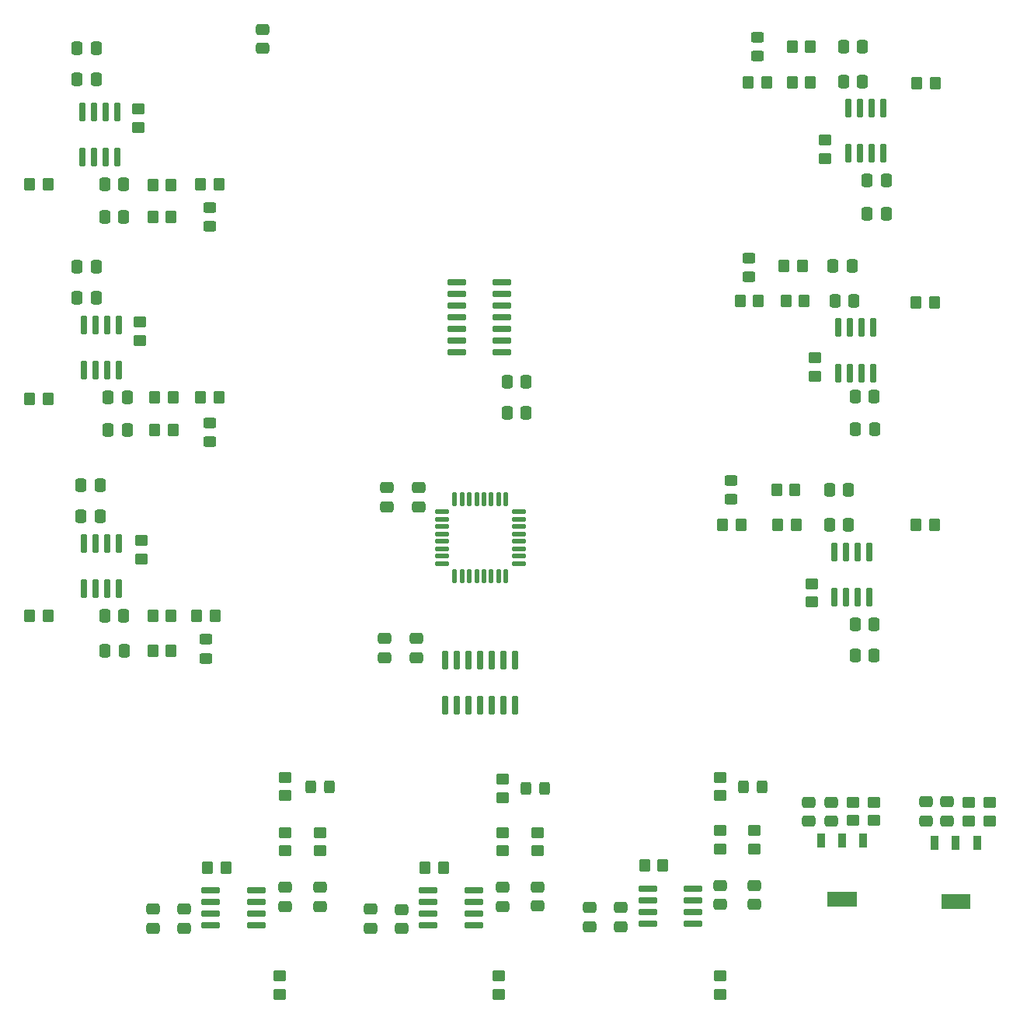
<source format=gbr>
%TF.GenerationSoftware,KiCad,Pcbnew,(6.0.11-0)*%
%TF.CreationDate,2023-11-22T21:35:16-06:00*%
%TF.ProjectId,ECE395_Digital_Target,45434533-3935-45f4-9469-676974616c5f,rev?*%
%TF.SameCoordinates,Original*%
%TF.FileFunction,Paste,Top*%
%TF.FilePolarity,Positive*%
%FSLAX46Y46*%
G04 Gerber Fmt 4.6, Leading zero omitted, Abs format (unit mm)*
G04 Created by KiCad (PCBNEW (6.0.11-0)) date 2023-11-22 21:35:16*
%MOMM*%
%LPD*%
G01*
G04 APERTURE LIST*
G04 Aperture macros list*
%AMRoundRect*
0 Rectangle with rounded corners*
0 $1 Rounding radius*
0 $2 $3 $4 $5 $6 $7 $8 $9 X,Y pos of 4 corners*
0 Add a 4 corners polygon primitive as box body*
4,1,4,$2,$3,$4,$5,$6,$7,$8,$9,$2,$3,0*
0 Add four circle primitives for the rounded corners*
1,1,$1+$1,$2,$3*
1,1,$1+$1,$4,$5*
1,1,$1+$1,$6,$7*
1,1,$1+$1,$8,$9*
0 Add four rect primitives between the rounded corners*
20,1,$1+$1,$2,$3,$4,$5,0*
20,1,$1+$1,$4,$5,$6,$7,0*
20,1,$1+$1,$6,$7,$8,$9,0*
20,1,$1+$1,$8,$9,$2,$3,0*%
G04 Aperture macros list end*
%ADD10RoundRect,0.250000X0.337500X0.475000X-0.337500X0.475000X-0.337500X-0.475000X0.337500X-0.475000X0*%
%ADD11RoundRect,0.250000X0.475000X-0.337500X0.475000X0.337500X-0.475000X0.337500X-0.475000X-0.337500X0*%
%ADD12RoundRect,0.250000X-0.450000X0.325000X-0.450000X-0.325000X0.450000X-0.325000X0.450000X0.325000X0*%
%ADD13RoundRect,0.250000X-0.337500X-0.475000X0.337500X-0.475000X0.337500X0.475000X-0.337500X0.475000X0*%
%ADD14RoundRect,0.042000X0.943000X0.258000X-0.943000X0.258000X-0.943000X-0.258000X0.943000X-0.258000X0*%
%ADD15RoundRect,0.042000X-0.258000X0.943000X-0.258000X-0.943000X0.258000X-0.943000X0.258000X0.943000X0*%
%ADD16RoundRect,0.250000X-0.350000X-0.450000X0.350000X-0.450000X0.350000X0.450000X-0.350000X0.450000X0*%
%ADD17RoundRect,0.090000X-0.895000X-0.210000X0.895000X-0.210000X0.895000X0.210000X-0.895000X0.210000X0*%
%ADD18RoundRect,0.250000X0.450000X-0.350000X0.450000X0.350000X-0.450000X0.350000X-0.450000X-0.350000X0*%
%ADD19RoundRect,0.250000X0.350000X0.450000X-0.350000X0.450000X-0.350000X-0.450000X0.350000X-0.450000X0*%
%ADD20RoundRect,0.250000X-0.450000X0.350000X-0.450000X-0.350000X0.450000X-0.350000X0.450000X0.350000X0*%
%ADD21R,0.914400X1.600200*%
%ADD22RoundRect,0.090000X0.210000X-0.895000X0.210000X0.895000X-0.210000X0.895000X-0.210000X-0.895000X0*%
%ADD23RoundRect,0.250000X0.325000X0.450000X-0.325000X0.450000X-0.325000X-0.450000X0.325000X-0.450000X0*%
%ADD24RoundRect,0.125000X0.625000X0.125000X-0.625000X0.125000X-0.625000X-0.125000X0.625000X-0.125000X0*%
%ADD25RoundRect,0.125000X0.125000X0.625000X-0.125000X0.625000X-0.125000X-0.625000X0.125000X-0.625000X0*%
%ADD26RoundRect,0.250000X-0.475000X0.337500X-0.475000X-0.337500X0.475000X-0.337500X0.475000X0.337500X0*%
%ADD27RoundRect,0.250000X0.450000X-0.325000X0.450000X0.325000X-0.450000X0.325000X-0.450000X-0.325000X0*%
%ADD28RoundRect,0.042000X0.258000X-0.943000X0.258000X0.943000X-0.258000X0.943000X-0.258000X-0.943000X0*%
G04 APERTURE END LIST*
%TO.C,CR2*%
G36*
X161828700Y-131187800D02*
G01*
X158628300Y-131187800D01*
X158628300Y-129587600D01*
X161828700Y-129587600D01*
X161828700Y-131187800D01*
G37*
%TO.C,CR1*%
G36*
X149428700Y-130987800D02*
G01*
X146228300Y-130987800D01*
X146228300Y-129387600D01*
X149428700Y-129387600D01*
X149428700Y-130987800D01*
G37*
%TD*%
D10*
%TO.C,C206*%
X151337500Y-103600000D03*
X149262500Y-103600000D03*
%TD*%
D11*
%TO.C,10uF4*%
X159250000Y-121637500D03*
X159250000Y-119562500D03*
%TD*%
D12*
%TO.C,D6*%
X135700000Y-84575000D03*
X135700000Y-86625000D03*
%TD*%
D13*
%TO.C,C234*%
X147962500Y-41100000D03*
X150037500Y-41100000D03*
%TD*%
D10*
%TO.C,C232*%
X69937500Y-75500000D03*
X67862500Y-75500000D03*
%TD*%
D14*
%TO.C,OP9*%
X131570000Y-132805000D03*
X131570000Y-131535000D03*
X131570000Y-130265000D03*
X131570000Y-128995000D03*
X126630000Y-128995000D03*
X126630000Y-130265000D03*
X126630000Y-131535000D03*
X126630000Y-132805000D03*
%TD*%
D15*
%TO.C,OP4*%
X152305000Y-44030000D03*
X151035000Y-44030000D03*
X149765000Y-44030000D03*
X148495000Y-44030000D03*
X148495000Y-48970000D03*
X149765000Y-48970000D03*
X151035000Y-48970000D03*
X152305000Y-48970000D03*
%TD*%
%TO.C,OP6*%
X150805000Y-92330000D03*
X149535000Y-92330000D03*
X148265000Y-92330000D03*
X146995000Y-92330000D03*
X146995000Y-97270000D03*
X148265000Y-97270000D03*
X149535000Y-97270000D03*
X150805000Y-97270000D03*
%TD*%
D13*
%TO.C,C212*%
X64462500Y-64700000D03*
X66537500Y-64700000D03*
%TD*%
D11*
%TO.C,10uF1*%
X144200000Y-121687500D03*
X144200000Y-119612500D03*
%TD*%
D13*
%TO.C,C235*%
X147062500Y-65000000D03*
X149137500Y-65000000D03*
%TD*%
D16*
%TO.C,R4*%
X137600000Y-41200000D03*
X139600000Y-41200000D03*
%TD*%
D11*
%TO.C,C218*%
X99800000Y-133375000D03*
X99800000Y-131300000D03*
%TD*%
D17*
%TO.C,NOT1*%
X105825000Y-62990000D03*
X105825000Y-64260000D03*
X105825000Y-65530000D03*
X105825000Y-66800000D03*
X105825000Y-68070000D03*
X105825000Y-69340000D03*
X105825000Y-70610000D03*
X110775000Y-70610000D03*
X110775000Y-69340000D03*
X110775000Y-68070000D03*
X110775000Y-66800000D03*
X110775000Y-65530000D03*
X110775000Y-64260000D03*
X110775000Y-62990000D03*
%TD*%
D10*
%TO.C,C205*%
X151375000Y-79000000D03*
X149300000Y-79000000D03*
%TD*%
D18*
%TO.C,R22*%
X71300000Y-69300000D03*
X71300000Y-67300000D03*
%TD*%
D19*
%TO.C,R35*%
X157900000Y-65200000D03*
X155900000Y-65200000D03*
%TD*%
%TO.C,R29*%
X128300000Y-126500000D03*
X126300000Y-126500000D03*
%TD*%
D16*
%TO.C,R11*%
X72700000Y-52380000D03*
X74700000Y-52380000D03*
%TD*%
D10*
%TO.C,C215*%
X151337500Y-75400000D03*
X149262500Y-75400000D03*
%TD*%
%TO.C,C204*%
X152637500Y-55500000D03*
X150562500Y-55500000D03*
%TD*%
D16*
%TO.C,R33*%
X59300000Y-99300000D03*
X61300000Y-99300000D03*
%TD*%
D11*
%TO.C,C241*%
X98000000Y-103837500D03*
X98000000Y-101762500D03*
%TD*%
D18*
%TO.C,R21*%
X71100000Y-46100000D03*
X71100000Y-44100000D03*
%TD*%
D20*
%TO.C,R24*%
X146000000Y-47500000D03*
X146000000Y-49500000D03*
%TD*%
D16*
%TO.C,R5*%
X136700000Y-65000000D03*
X138700000Y-65000000D03*
%TD*%
D20*
%TO.C,R25*%
X144900000Y-71200000D03*
X144900000Y-73200000D03*
%TD*%
D13*
%TO.C,C203*%
X64862500Y-85100000D03*
X66937500Y-85100000D03*
%TD*%
D16*
%TO.C,R13*%
X72700000Y-99300000D03*
X74700000Y-99300000D03*
%TD*%
D14*
%TO.C,OP8*%
X107670000Y-133005000D03*
X107670000Y-131735000D03*
X107670000Y-130465000D03*
X107670000Y-129195000D03*
X102730000Y-129195000D03*
X102730000Y-130465000D03*
X102730000Y-131735000D03*
X102730000Y-133005000D03*
%TD*%
D13*
%TO.C,C225*%
X146825000Y-61200000D03*
X148900000Y-61200000D03*
%TD*%
D10*
%TO.C,C214*%
X152637500Y-51900000D03*
X150562500Y-51900000D03*
%TD*%
%TO.C,C233*%
X69537500Y-99300000D03*
X67462500Y-99300000D03*
%TD*%
D18*
%TO.C,R101*%
X161600000Y-121650000D03*
X161600000Y-119650000D03*
%TD*%
D11*
%TO.C,C217*%
X76100000Y-133337500D03*
X76100000Y-131262500D03*
%TD*%
%TO.C,C208*%
X96400000Y-133337500D03*
X96400000Y-131262500D03*
%TD*%
D13*
%TO.C,C211*%
X64462500Y-40900000D03*
X66537500Y-40900000D03*
%TD*%
D18*
%TO.C,R9*%
X134500000Y-118900000D03*
X134500000Y-116900000D03*
%TD*%
D13*
%TO.C,C224*%
X147962500Y-37300000D03*
X150037500Y-37300000D03*
%TD*%
D18*
%TO.C,R49*%
X138300000Y-124700000D03*
X138300000Y-122700000D03*
%TD*%
D13*
%TO.C,C202*%
X64462500Y-61300000D03*
X66537500Y-61300000D03*
%TD*%
%TO.C,C236*%
X146462500Y-89400000D03*
X148537500Y-89400000D03*
%TD*%
D21*
%TO.C,CR2*%
X162528500Y-123986900D03*
X160228500Y-123986900D03*
X157928500Y-123986900D03*
%TD*%
D11*
%TO.C,C207*%
X72700000Y-133337500D03*
X72700000Y-131262500D03*
%TD*%
D16*
%TO.C,R42*%
X72900000Y-79100000D03*
X74900000Y-79100000D03*
%TD*%
D18*
%TO.C,R18*%
X110800000Y-124900000D03*
X110800000Y-122900000D03*
%TD*%
D11*
%TO.C,C300*%
X84700000Y-37537500D03*
X84700000Y-35462500D03*
%TD*%
D19*
%TO.C,R27*%
X80700000Y-126700000D03*
X78700000Y-126700000D03*
%TD*%
D12*
%TO.C,D5*%
X137700000Y-60375000D03*
X137700000Y-62425000D03*
%TD*%
D10*
%TO.C,C223*%
X69575000Y-103100000D03*
X67500000Y-103100000D03*
%TD*%
D22*
%TO.C,NOT2*%
X104590000Y-109075000D03*
X105860000Y-109075000D03*
X107130000Y-109075000D03*
X108400000Y-109075000D03*
X109670000Y-109075000D03*
X110940000Y-109075000D03*
X112210000Y-109075000D03*
X112210000Y-104125000D03*
X110940000Y-104125000D03*
X109670000Y-104125000D03*
X108400000Y-104125000D03*
X107130000Y-104125000D03*
X105860000Y-104125000D03*
X104590000Y-104125000D03*
%TD*%
D10*
%TO.C,C216*%
X151337500Y-100200000D03*
X149262500Y-100200000D03*
%TD*%
D16*
%TO.C,R6*%
X134800000Y-89400000D03*
X136800000Y-89400000D03*
%TD*%
D13*
%TO.C,C213*%
X64862500Y-88500000D03*
X66937500Y-88500000D03*
%TD*%
%TO.C,C226*%
X146462500Y-85600000D03*
X148537500Y-85600000D03*
%TD*%
D10*
%TO.C,C221*%
X69537500Y-55900000D03*
X67462500Y-55900000D03*
%TD*%
D19*
%TO.C,R46*%
X142700000Y-85600000D03*
X140700000Y-85600000D03*
%TD*%
D18*
%TO.C,R7*%
X87100000Y-118900000D03*
X87100000Y-116900000D03*
%TD*%
D12*
%TO.C,D4*%
X138600000Y-36275000D03*
X138600000Y-38325000D03*
%TD*%
D14*
%TO.C,OP7*%
X83970000Y-133005000D03*
X83970000Y-131735000D03*
X83970000Y-130465000D03*
X83970000Y-129195000D03*
X79030000Y-129195000D03*
X79030000Y-130465000D03*
X79030000Y-131735000D03*
X79030000Y-133005000D03*
%TD*%
D16*
%TO.C,R43*%
X72700000Y-103100000D03*
X74700000Y-103100000D03*
%TD*%
%TO.C,R14*%
X142400000Y-41200000D03*
X144400000Y-41200000D03*
%TD*%
D23*
%TO.C,D7*%
X91950000Y-117900000D03*
X89900000Y-117900000D03*
%TD*%
D16*
%TO.C,R31*%
X59300000Y-52300000D03*
X61300000Y-52300000D03*
%TD*%
D18*
%TO.C,R48*%
X114600000Y-124900000D03*
X114600000Y-122900000D03*
%TD*%
D24*
%TO.C,U1*%
X112575000Y-93600000D03*
X112575000Y-92800000D03*
X112575000Y-92000000D03*
X112575000Y-91200000D03*
X112575000Y-90400000D03*
X112575000Y-89600000D03*
X112575000Y-88800000D03*
X112575000Y-88000000D03*
D25*
X111200000Y-86625000D03*
X110400000Y-86625000D03*
X109600000Y-86625000D03*
X108800000Y-86625000D03*
X108000000Y-86625000D03*
X107200000Y-86625000D03*
X106400000Y-86625000D03*
X105600000Y-86625000D03*
D24*
X104225000Y-88000000D03*
X104225000Y-88800000D03*
X104225000Y-89600000D03*
X104225000Y-90400000D03*
X104225000Y-91200000D03*
X104225000Y-92000000D03*
X104225000Y-92800000D03*
X104225000Y-93600000D03*
D25*
X105600000Y-94975000D03*
X106400000Y-94975000D03*
X107200000Y-94975000D03*
X108000000Y-94975000D03*
X108800000Y-94975000D03*
X109600000Y-94975000D03*
X110400000Y-94975000D03*
X111200000Y-94975000D03*
%TD*%
D26*
%TO.C,C229*%
X138300000Y-128662500D03*
X138300000Y-130737500D03*
%TD*%
D13*
%TO.C,C250*%
X111325000Y-77200000D03*
X113400000Y-77200000D03*
%TD*%
D11*
%TO.C,C219*%
X123700000Y-133137500D03*
X123700000Y-131062500D03*
%TD*%
D18*
%TO.C,R39*%
X134500000Y-140500000D03*
X134500000Y-138500000D03*
%TD*%
D16*
%TO.C,R16*%
X140800000Y-89400000D03*
X142800000Y-89400000D03*
%TD*%
D13*
%TO.C,C201*%
X64462500Y-37500000D03*
X66537500Y-37500000D03*
%TD*%
D26*
%TO.C,C242*%
X98200000Y-85362500D03*
X98200000Y-87437500D03*
%TD*%
%TO.C,C237*%
X87100000Y-128862500D03*
X87100000Y-130937500D03*
%TD*%
D23*
%TO.C,D9*%
X139125000Y-117900000D03*
X137075000Y-117900000D03*
%TD*%
D16*
%TO.C,R12*%
X72900000Y-75500000D03*
X74900000Y-75500000D03*
%TD*%
%TO.C,R2*%
X77900000Y-75500000D03*
X79900000Y-75500000D03*
%TD*%
D11*
%TO.C,10uF2*%
X156950000Y-121637500D03*
X156950000Y-119562500D03*
%TD*%
D18*
%TO.C,R23*%
X71500000Y-93100000D03*
X71500000Y-91100000D03*
%TD*%
D16*
%TO.C,R1*%
X77900000Y-52300000D03*
X79900000Y-52300000D03*
%TD*%
D18*
%TO.C,R17*%
X87100000Y-124900000D03*
X87100000Y-122900000D03*
%TD*%
D16*
%TO.C,R41*%
X72700000Y-55900000D03*
X74700000Y-55900000D03*
%TD*%
D27*
%TO.C,D2*%
X78900000Y-80325000D03*
X78900000Y-78275000D03*
%TD*%
D26*
%TO.C,C238*%
X110800000Y-128862500D03*
X110800000Y-130937500D03*
%TD*%
D11*
%TO.C,C251*%
X101400000Y-103837500D03*
X101400000Y-101762500D03*
%TD*%
D16*
%TO.C,R3*%
X77500000Y-99300000D03*
X79500000Y-99300000D03*
%TD*%
D10*
%TO.C,C222*%
X69937500Y-79100000D03*
X67862500Y-79100000D03*
%TD*%
D11*
%TO.C,10uF3*%
X146650000Y-121687500D03*
X146650000Y-119612500D03*
%TD*%
D18*
%TO.C,R47*%
X90900000Y-124900000D03*
X90900000Y-122900000D03*
%TD*%
D19*
%TO.C,R44*%
X144400000Y-37300000D03*
X142400000Y-37300000D03*
%TD*%
D28*
%TO.C,OP2*%
X65195000Y-72570000D03*
X66465000Y-72570000D03*
X67735000Y-72570000D03*
X69005000Y-72570000D03*
X69005000Y-67630000D03*
X67735000Y-67630000D03*
X66465000Y-67630000D03*
X65195000Y-67630000D03*
%TD*%
D16*
%TO.C,R32*%
X59300000Y-75700000D03*
X61300000Y-75700000D03*
%TD*%
D21*
%TO.C,CR1*%
X150128500Y-123786900D03*
X147828500Y-123786900D03*
X145528500Y-123786900D03*
%TD*%
D26*
%TO.C,C239*%
X134500000Y-128662500D03*
X134500000Y-130737500D03*
%TD*%
D18*
%TO.C,R37*%
X86500000Y-140500000D03*
X86500000Y-138500000D03*
%TD*%
D11*
%TO.C,C209*%
X120300000Y-133137500D03*
X120300000Y-131062500D03*
%TD*%
D26*
%TO.C,C228*%
X114600000Y-128825000D03*
X114600000Y-130900000D03*
%TD*%
D18*
%TO.C,R19*%
X134500000Y-124700000D03*
X134500000Y-122700000D03*
%TD*%
D26*
%TO.C,C252*%
X101725000Y-85362500D03*
X101725000Y-87437500D03*
%TD*%
%TO.C,C227*%
X90900000Y-128862500D03*
X90900000Y-130937500D03*
%TD*%
D18*
%TO.C,R8*%
X110800000Y-119100000D03*
X110800000Y-117100000D03*
%TD*%
D16*
%TO.C,R15*%
X141700000Y-65000000D03*
X143700000Y-65000000D03*
%TD*%
D23*
%TO.C,D8*%
X115425000Y-118100000D03*
X113375000Y-118100000D03*
%TD*%
D18*
%TO.C,R100*%
X149000000Y-121600000D03*
X149000000Y-119600000D03*
%TD*%
D27*
%TO.C,D3*%
X78500000Y-103925000D03*
X78500000Y-101875000D03*
%TD*%
D28*
%TO.C,OP1*%
X64995000Y-49370000D03*
X66265000Y-49370000D03*
X67535000Y-49370000D03*
X68805000Y-49370000D03*
X68805000Y-44430000D03*
X67535000Y-44430000D03*
X66265000Y-44430000D03*
X64995000Y-44430000D03*
%TD*%
D19*
%TO.C,R36*%
X157900000Y-89400000D03*
X155900000Y-89400000D03*
%TD*%
D10*
%TO.C,C231*%
X69537500Y-52300000D03*
X67462500Y-52300000D03*
%TD*%
D19*
%TO.C,R28*%
X104400000Y-126700000D03*
X102400000Y-126700000D03*
%TD*%
D20*
%TO.C,R26*%
X144500000Y-95800000D03*
X144500000Y-97800000D03*
%TD*%
D13*
%TO.C,C240*%
X111325000Y-73800000D03*
X113400000Y-73800000D03*
%TD*%
D15*
%TO.C,OP5*%
X151205000Y-67930000D03*
X149935000Y-67930000D03*
X148665000Y-67930000D03*
X147395000Y-67930000D03*
X147395000Y-72870000D03*
X148665000Y-72870000D03*
X149935000Y-72870000D03*
X151205000Y-72870000D03*
%TD*%
D18*
%TO.C,R38*%
X110400000Y-140500000D03*
X110400000Y-138500000D03*
%TD*%
D19*
%TO.C,R45*%
X143500000Y-61200000D03*
X141500000Y-61200000D03*
%TD*%
D27*
%TO.C,D1*%
X78900000Y-56925000D03*
X78900000Y-54875000D03*
%TD*%
D18*
%TO.C,R103*%
X163900000Y-121650000D03*
X163900000Y-119650000D03*
%TD*%
%TO.C,R102*%
X151300000Y-121600000D03*
X151300000Y-119600000D03*
%TD*%
D19*
%TO.C,R34*%
X158000000Y-41300000D03*
X156000000Y-41300000D03*
%TD*%
D28*
%TO.C,OP3*%
X65195000Y-96370000D03*
X66465000Y-96370000D03*
X67735000Y-96370000D03*
X69005000Y-96370000D03*
X69005000Y-91430000D03*
X67735000Y-91430000D03*
X66465000Y-91430000D03*
X65195000Y-91430000D03*
%TD*%
M02*

</source>
